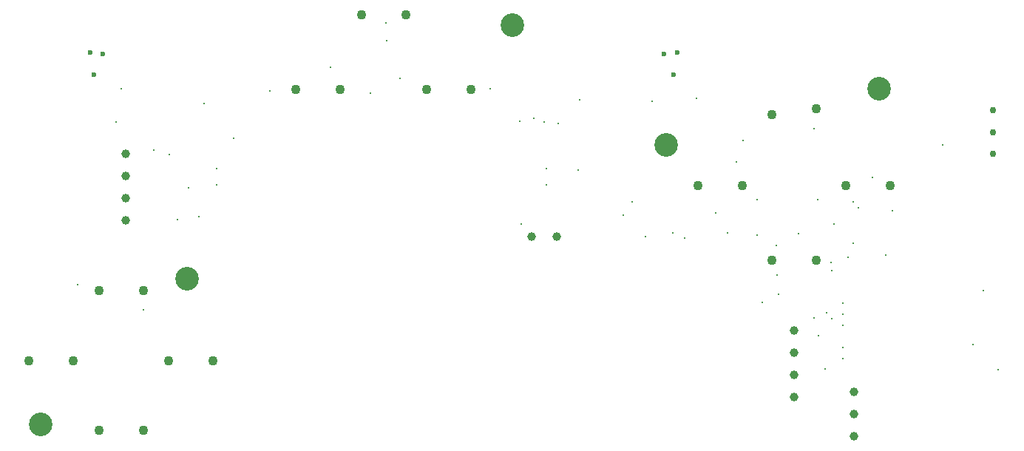
<source format=gbr>
%TF.GenerationSoftware,KiCad,Pcbnew,9.0.7*%
%TF.CreationDate,2026-01-05T21:05:52+01:00*%
%TF.ProjectId,pcb_phone_controller,7063625f-7068-46f6-9e65-5f636f6e7472,rev?*%
%TF.SameCoordinates,Original*%
%TF.FileFunction,Plated,1,2,PTH,Drill*%
%TF.FilePolarity,Positive*%
%FSLAX46Y46*%
G04 Gerber Fmt 4.6, Leading zero omitted, Abs format (unit mm)*
G04 Created by KiCad (PCBNEW 9.0.7) date 2026-01-05 21:05:52*
%MOMM*%
%LPD*%
G01*
G04 APERTURE LIST*
%TA.AperFunction,ViaDrill*%
%ADD10C,0.300000*%
%TD*%
%TA.AperFunction,ComponentDrill*%
%ADD11C,0.600000*%
%TD*%
%TA.AperFunction,ComponentDrill*%
%ADD12C,0.762000*%
%TD*%
%TA.AperFunction,ComponentDrill*%
%ADD13C,1.000000*%
%TD*%
%TA.AperFunction,ComponentDrill*%
%ADD14C,1.100000*%
%TD*%
%TA.AperFunction,ComponentDrill*%
%ADD15C,2.700000*%
%TD*%
G04 APERTURE END LIST*
D10*
X115000000Y-128000000D03*
X119400000Y-109300000D03*
X120000000Y-105500000D03*
X122475000Y-130875000D03*
X123659921Y-112518529D03*
X125500000Y-113040000D03*
X126400000Y-120500000D03*
X127700000Y-116900000D03*
X128860000Y-120140000D03*
X129424875Y-107220000D03*
X130862500Y-114650000D03*
X130862500Y-116550000D03*
X132850000Y-111225000D03*
X137000000Y-105800000D03*
X143900000Y-103100000D03*
X148500000Y-106000000D03*
X150250000Y-98000000D03*
X150325000Y-100050000D03*
X151900000Y-104300000D03*
X162250000Y-105500000D03*
X165566999Y-109217000D03*
X165750000Y-121000000D03*
X167250000Y-108900000D03*
X168400000Y-109338068D03*
X168662500Y-114650000D03*
X168662500Y-116550000D03*
X170000000Y-109500000D03*
X172300000Y-114800000D03*
X172472197Y-106817092D03*
X177422000Y-120000000D03*
X178500000Y-118500000D03*
X180000000Y-122500000D03*
X180750000Y-107000000D03*
X183150000Y-122018000D03*
X184500000Y-122595000D03*
X185800000Y-106600000D03*
X188047500Y-119767000D03*
X189400000Y-122000000D03*
X190425000Y-113900000D03*
X191201432Y-111421568D03*
X192790189Y-122267000D03*
X192800000Y-118200000D03*
X193400000Y-130000000D03*
X195000000Y-123500000D03*
X195041999Y-126858001D03*
X195245924Y-129061928D03*
X197564124Y-122111398D03*
X199275000Y-110075000D03*
X199300000Y-131800000D03*
X199750000Y-118250000D03*
X199800000Y-133800000D03*
X200600000Y-137600000D03*
X200723000Y-131200000D03*
X201247728Y-125427587D03*
X201300000Y-131900000D03*
X201338500Y-126323000D03*
X201600000Y-121000000D03*
X202610000Y-130041871D03*
X202610000Y-131311871D03*
X202610000Y-132581871D03*
X202610000Y-135121871D03*
X202610000Y-136391871D03*
X203200000Y-124800000D03*
X203800000Y-118500000D03*
X203800000Y-123200000D03*
X204400000Y-119200000D03*
X206000000Y-115650000D03*
X207500000Y-124600000D03*
X208300000Y-119500000D03*
X214000000Y-112000000D03*
X217514064Y-134785936D03*
X218700000Y-128600000D03*
X220390000Y-137661871D03*
D11*
%TO.C,TriggerL1*%
X116403286Y-101358475D03*
X116804672Y-103937504D03*
X117889218Y-101563423D03*
%TO.C,TriggerR1*%
X182110783Y-101563423D03*
X183195329Y-103937504D03*
X183596715Y-101358475D03*
D12*
%TO.C,SW17*%
X219750000Y-108000000D03*
X219750000Y-110500000D03*
X219750000Y-113000000D03*
D13*
%TO.C,StickL1*%
X120500000Y-112960000D03*
X120500000Y-115500000D03*
X120500000Y-118040000D03*
X120500000Y-120580000D03*
%TO.C,+-1*%
X167000000Y-122500000D03*
X169800000Y-122500000D03*
%TO.C,StickR1*%
X197000000Y-133190000D03*
X197000000Y-135730000D03*
X197000000Y-138270000D03*
X197000000Y-140810000D03*
%TO.C,U1*%
X203880000Y-140201871D03*
X203880000Y-142741871D03*
X203880000Y-145281871D03*
D14*
%TO.C,LEFT1*%
X109425876Y-136641938D03*
X114505876Y-136641938D03*
%TO.C,UP1*%
X117425876Y-128641938D03*
%TO.C,DOWN1*%
X117425876Y-144641938D03*
%TO.C,UP1*%
X122505876Y-128641938D03*
%TO.C,DOWN1*%
X122505876Y-144641938D03*
%TO.C,RIGHT1*%
X125425876Y-136641938D03*
X130505876Y-136641938D03*
%TO.C,Select1*%
X139960000Y-105593690D03*
X145040000Y-105593690D03*
%TO.C,Home1*%
X147460000Y-97093691D03*
X152540000Y-97093691D03*
%TO.C,Start1*%
X154960000Y-105593690D03*
X160040000Y-105593690D03*
%TO.C,X1*%
X186008842Y-116641938D03*
X191088842Y-116641938D03*
%TO.C,B1*%
X194494124Y-125127219D03*
%TO.C,Y1*%
X194517950Y-108503745D03*
X199550298Y-107809567D03*
%TO.C,B1*%
X199574124Y-125127219D03*
%TO.C,A1*%
X202979405Y-116641938D03*
X208059405Y-116641938D03*
D15*
%TO.C,H5*%
X110750000Y-144000000D03*
%TO.C,H4*%
X127500000Y-127250000D03*
%TO.C,H1*%
X164750000Y-98250000D03*
%TO.C,H2*%
X182400000Y-112000000D03*
%TO.C,H3*%
X206750000Y-105500000D03*
M02*

</source>
